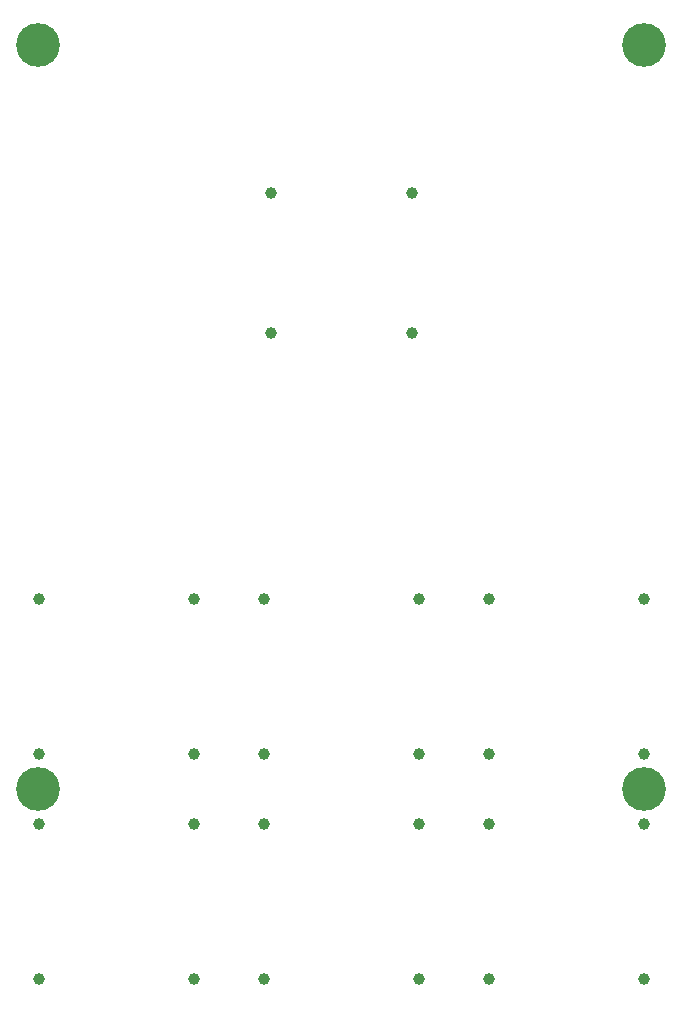
<source format=gts>
%TF.GenerationSoftware,KiCad,Pcbnew,(6.0.4)*%
%TF.CreationDate,2022-08-26T14:02:31+02:00*%
%TF.ProjectId,Little Big Scroll 6 - Front Plate,4c697474-6c65-4204-9269-67205363726f,v1.1*%
%TF.SameCoordinates,Original*%
%TF.FileFunction,Soldermask,Top*%
%TF.FilePolarity,Negative*%
%FSLAX46Y46*%
G04 Gerber Fmt 4.6, Leading zero omitted, Abs format (unit mm)*
G04 Created by KiCad (PCBNEW (6.0.4)) date 2022-08-26 14:02:31*
%MOMM*%
%LPD*%
G01*
G04 APERTURE LIST*
%ADD10C,1.000000*%
%ADD11C,3.700000*%
G04 APERTURE END LIST*
D10*
X84641400Y-109738600D03*
X97798600Y-96581400D03*
X84641400Y-96581400D03*
X97798600Y-109738600D03*
X116848600Y-96581400D03*
X103691400Y-109738600D03*
X103691400Y-96581400D03*
X116848600Y-109738600D03*
X122741400Y-96581400D03*
X135898600Y-109738600D03*
X122741400Y-109738600D03*
X135898600Y-96581400D03*
X84641400Y-115631400D03*
X84641400Y-128788600D03*
X97798600Y-128788600D03*
X97798600Y-115631400D03*
X116848600Y-115631400D03*
X103691400Y-128788600D03*
X103691400Y-115631400D03*
X116848600Y-128788600D03*
X135898600Y-128788600D03*
X135898600Y-115631400D03*
X122741400Y-128788600D03*
X122741400Y-115631400D03*
X104320000Y-74110000D03*
X104320000Y-62210000D03*
X116220000Y-74110000D03*
X116220000Y-62210000D03*
D11*
X84600000Y-112685000D03*
X135940000Y-112685000D03*
X135940000Y-49730000D03*
X84600000Y-49730000D03*
M02*

</source>
